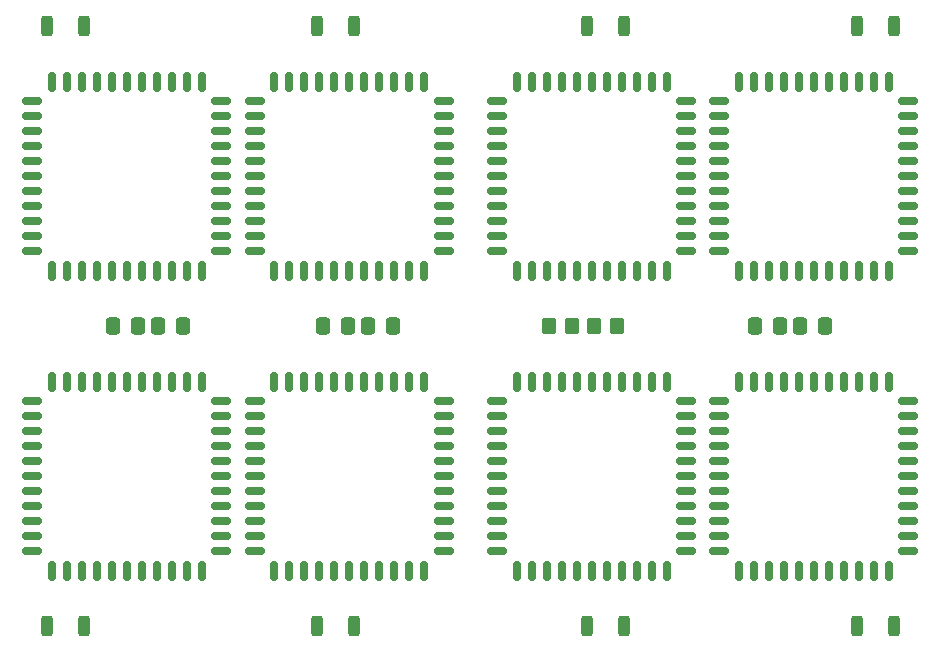
<source format=gbp>
G04 #@! TF.GenerationSoftware,KiCad,Pcbnew,(6.0.6-0)*
G04 #@! TF.CreationDate,2022-07-22T11:03:06-07:00*
G04 #@! TF.ProjectId,MTMatrixV3,4d544d61-7472-4697-9856-332e6b696361,rev?*
G04 #@! TF.SameCoordinates,Original*
G04 #@! TF.FileFunction,Paste,Bot*
G04 #@! TF.FilePolarity,Positive*
%FSLAX46Y46*%
G04 Gerber Fmt 4.6, Leading zero omitted, Abs format (unit mm)*
G04 Created by KiCad (PCBNEW (6.0.6-0)) date 2022-07-22 11:03:06*
%MOMM*%
%LPD*%
G01*
G04 APERTURE LIST*
G04 Aperture macros list*
%AMRoundRect*
0 Rectangle with rounded corners*
0 $1 Rounding radius*
0 $2 $3 $4 $5 $6 $7 $8 $9 X,Y pos of 4 corners*
0 Add a 4 corners polygon primitive as box body*
4,1,4,$2,$3,$4,$5,$6,$7,$8,$9,$2,$3,0*
0 Add four circle primitives for the rounded corners*
1,1,$1+$1,$2,$3*
1,1,$1+$1,$4,$5*
1,1,$1+$1,$6,$7*
1,1,$1+$1,$8,$9*
0 Add four rect primitives between the rounded corners*
20,1,$1+$1,$2,$3,$4,$5,0*
20,1,$1+$1,$4,$5,$6,$7,0*
20,1,$1+$1,$6,$7,$8,$9,0*
20,1,$1+$1,$8,$9,$2,$3,0*%
G04 Aperture macros list end*
%ADD10RoundRect,0.250000X0.337500X0.475000X-0.337500X0.475000X-0.337500X-0.475000X0.337500X-0.475000X0*%
%ADD11RoundRect,0.190000X0.285000X0.685000X-0.285000X0.685000X-0.285000X-0.685000X0.285000X-0.685000X0*%
%ADD12RoundRect,0.250000X0.350000X0.450000X-0.350000X0.450000X-0.350000X-0.450000X0.350000X-0.450000X0*%
%ADD13RoundRect,0.150000X0.700000X-0.150000X0.700000X0.150000X-0.700000X0.150000X-0.700000X-0.150000X0*%
%ADD14RoundRect,0.150000X0.150000X-0.700000X0.150000X0.700000X-0.150000X0.700000X-0.150000X-0.700000X0*%
%ADD15RoundRect,0.150000X0.150000X0.700000X-0.150000X0.700000X-0.150000X-0.700000X0.150000X-0.700000X0*%
%ADD16RoundRect,0.150000X0.700000X0.150000X-0.700000X0.150000X-0.700000X-0.150000X0.700000X-0.150000X0*%
%ADD17RoundRect,0.150000X-0.150000X-0.700000X0.150000X-0.700000X0.150000X0.700000X-0.150000X0.700000X0*%
%ADD18RoundRect,0.150000X-0.700000X-0.150000X0.700000X-0.150000X0.700000X0.150000X-0.700000X0.150000X0*%
%ADD19RoundRect,0.150000X-0.700000X0.150000X-0.700000X-0.150000X0.700000X-0.150000X0.700000X0.150000X0*%
%ADD20RoundRect,0.150000X-0.150000X0.700000X-0.150000X-0.700000X0.150000X-0.700000X0.150000X0.700000X0*%
G04 APERTURE END LIST*
D10*
G04 #@! TO.C,C5*
X136927500Y-55880000D03*
X134852500Y-55880000D03*
G04 #@! TD*
G04 #@! TO.C,C6*
X191305000Y-55880000D03*
X189230000Y-55880000D03*
G04 #@! TD*
G04 #@! TO.C,C4*
X140737500Y-55880000D03*
X138662500Y-55880000D03*
G04 #@! TD*
D11*
G04 #@! TO.C,D7*
X155220000Y-81280000D03*
X152120000Y-81280000D03*
G04 #@! TD*
G04 #@! TO.C,D6*
X178080000Y-81280000D03*
X174980000Y-81280000D03*
G04 #@! TD*
G04 #@! TO.C,D2*
X178080000Y-30480000D03*
X174980000Y-30480000D03*
G04 #@! TD*
G04 #@! TO.C,D4*
X132360000Y-30480000D03*
X129260000Y-30480000D03*
G04 #@! TD*
G04 #@! TO.C,D8*
X132360000Y-81280000D03*
X129260000Y-81280000D03*
G04 #@! TD*
D12*
G04 #@! TO.C,R2*
X177530000Y-55880000D03*
X175530000Y-55880000D03*
G04 #@! TD*
D13*
G04 #@! TO.C,H*
X202183000Y-68580000D03*
X202183000Y-69850000D03*
X202183000Y-71120000D03*
X202183000Y-72390000D03*
X202183000Y-73660000D03*
X202183000Y-74930000D03*
D14*
X200533000Y-76580000D03*
X199263000Y-76580000D03*
X197993000Y-76580000D03*
X196723000Y-76580000D03*
X195453000Y-76580000D03*
X194183000Y-76580000D03*
X192913000Y-76580000D03*
X191643000Y-76580000D03*
X190373000Y-76580000D03*
X189103000Y-76580000D03*
X187833000Y-76580000D03*
D13*
X186183000Y-74930000D03*
X186183000Y-73660000D03*
X186183000Y-72390000D03*
X186183000Y-71120000D03*
X186183000Y-69850000D03*
X186183000Y-68580000D03*
X186183000Y-67310000D03*
X186183000Y-66040000D03*
X186183000Y-64770000D03*
X186183000Y-63500000D03*
X186183000Y-62230000D03*
D14*
X187833000Y-60580000D03*
X189103000Y-60580000D03*
X190373000Y-60580000D03*
X191643000Y-60580000D03*
X192913000Y-60580000D03*
X194183000Y-60580000D03*
X195453000Y-60580000D03*
X196723000Y-60580000D03*
X197993000Y-60580000D03*
X199263000Y-60580000D03*
X200533000Y-60580000D03*
D13*
X202183000Y-62230000D03*
X202183000Y-63500000D03*
X202183000Y-64770000D03*
X202183000Y-66040000D03*
X202183000Y-67310000D03*
G04 #@! TD*
D15*
G04 #@! TO.C,B*
X154838400Y-35180000D03*
X156108400Y-35180000D03*
X157378400Y-35180000D03*
X158648400Y-35180000D03*
X159918400Y-35180000D03*
X161188400Y-35180000D03*
D16*
X162838400Y-36830000D03*
X162838400Y-38100000D03*
X162838400Y-39370000D03*
X162838400Y-40640000D03*
X162838400Y-41910000D03*
X162838400Y-43180000D03*
X162838400Y-44450000D03*
X162838400Y-45720000D03*
X162838400Y-46990000D03*
X162838400Y-48260000D03*
X162838400Y-49530000D03*
D15*
X161188400Y-51180000D03*
X159918400Y-51180000D03*
X158648400Y-51180000D03*
X157378400Y-51180000D03*
X156108400Y-51180000D03*
X154838400Y-51180000D03*
X153568400Y-51180000D03*
X152298400Y-51180000D03*
X151028400Y-51180000D03*
X149758400Y-51180000D03*
X148488400Y-51180000D03*
D16*
X146838400Y-49530000D03*
X146838400Y-48260000D03*
X146838400Y-46990000D03*
X146838400Y-45720000D03*
X146838400Y-44450000D03*
X146838400Y-43180000D03*
X146838400Y-41910000D03*
X146838400Y-40640000D03*
X146838400Y-39370000D03*
X146838400Y-38100000D03*
X146838400Y-36830000D03*
D15*
X148488400Y-35180000D03*
X149758400Y-35180000D03*
X151028400Y-35180000D03*
X152298400Y-35180000D03*
X153568400Y-35180000D03*
G04 #@! TD*
D10*
G04 #@! TO.C,C2*
X154707500Y-55880000D03*
X152632500Y-55880000D03*
G04 #@! TD*
D15*
G04 #@! TO.C,F*
X154838400Y-60580000D03*
X156108400Y-60580000D03*
X157378400Y-60580000D03*
X158648400Y-60580000D03*
X159918400Y-60580000D03*
X161188400Y-60580000D03*
D16*
X162838400Y-62230000D03*
X162838400Y-63500000D03*
X162838400Y-64770000D03*
X162838400Y-66040000D03*
X162838400Y-67310000D03*
X162838400Y-68580000D03*
X162838400Y-69850000D03*
X162838400Y-71120000D03*
X162838400Y-72390000D03*
X162838400Y-73660000D03*
X162838400Y-74930000D03*
D15*
X161188400Y-76580000D03*
X159918400Y-76580000D03*
X158648400Y-76580000D03*
X157378400Y-76580000D03*
X156108400Y-76580000D03*
X154838400Y-76580000D03*
X153568400Y-76580000D03*
X152298400Y-76580000D03*
X151028400Y-76580000D03*
X149758400Y-76580000D03*
X148488400Y-76580000D03*
D16*
X146838400Y-74930000D03*
X146838400Y-73660000D03*
X146838400Y-72390000D03*
X146838400Y-71120000D03*
X146838400Y-69850000D03*
X146838400Y-68580000D03*
X146838400Y-67310000D03*
X146838400Y-66040000D03*
X146838400Y-64770000D03*
X146838400Y-63500000D03*
X146838400Y-62230000D03*
D15*
X148488400Y-60580000D03*
X149758400Y-60580000D03*
X151028400Y-60580000D03*
X152298400Y-60580000D03*
X153568400Y-60580000D03*
G04 #@! TD*
D11*
G04 #@! TO.C,D3*
X155220000Y-30480000D03*
X152120000Y-30480000D03*
G04 #@! TD*
D15*
G04 #@! TO.C,D*
X194183000Y-35180000D03*
X195453000Y-35180000D03*
X196723000Y-35180000D03*
X197993000Y-35180000D03*
X199263000Y-35180000D03*
X200533000Y-35180000D03*
D16*
X202183000Y-36830000D03*
X202183000Y-38100000D03*
X202183000Y-39370000D03*
X202183000Y-40640000D03*
X202183000Y-41910000D03*
X202183000Y-43180000D03*
X202183000Y-44450000D03*
X202183000Y-45720000D03*
X202183000Y-46990000D03*
X202183000Y-48260000D03*
X202183000Y-49530000D03*
D15*
X200533000Y-51180000D03*
X199263000Y-51180000D03*
X197993000Y-51180000D03*
X196723000Y-51180000D03*
X195453000Y-51180000D03*
X194183000Y-51180000D03*
X192913000Y-51180000D03*
X191643000Y-51180000D03*
X190373000Y-51180000D03*
X189103000Y-51180000D03*
X187833000Y-51180000D03*
D16*
X186183000Y-49530000D03*
X186183000Y-48260000D03*
X186183000Y-46990000D03*
X186183000Y-45720000D03*
X186183000Y-44450000D03*
X186183000Y-43180000D03*
X186183000Y-41910000D03*
X186183000Y-40640000D03*
X186183000Y-39370000D03*
X186183000Y-38100000D03*
X186183000Y-36830000D03*
D15*
X187833000Y-35180000D03*
X189103000Y-35180000D03*
X190373000Y-35180000D03*
X191643000Y-35180000D03*
X192913000Y-35180000D03*
G04 #@! TD*
D10*
G04 #@! TO.C,C1*
X158517500Y-55880000D03*
X156442500Y-55880000D03*
G04 #@! TD*
D12*
G04 #@! TO.C,R1*
X173720000Y-55880000D03*
X171720000Y-55880000D03*
G04 #@! TD*
D15*
G04 #@! TO.C,G*
X175361600Y-60580000D03*
X176631600Y-60580000D03*
X177901600Y-60580000D03*
X179171600Y-60580000D03*
X180441600Y-60580000D03*
X181711600Y-60580000D03*
D16*
X183361600Y-62230000D03*
X183361600Y-63500000D03*
X183361600Y-64770000D03*
X183361600Y-66040000D03*
X183361600Y-67310000D03*
X183361600Y-68580000D03*
X183361600Y-69850000D03*
X183361600Y-71120000D03*
X183361600Y-72390000D03*
X183361600Y-73660000D03*
X183361600Y-74930000D03*
D15*
X181711600Y-76580000D03*
X180441600Y-76580000D03*
X179171600Y-76580000D03*
X177901600Y-76580000D03*
X176631600Y-76580000D03*
X175361600Y-76580000D03*
X174091600Y-76580000D03*
X172821600Y-76580000D03*
X171551600Y-76580000D03*
X170281600Y-76580000D03*
X169011600Y-76580000D03*
D16*
X167361600Y-74930000D03*
X167361600Y-73660000D03*
X167361600Y-72390000D03*
X167361600Y-71120000D03*
X167361600Y-69850000D03*
X167361600Y-68580000D03*
X167361600Y-67310000D03*
X167361600Y-66040000D03*
X167361600Y-64770000D03*
X167361600Y-63500000D03*
X167361600Y-62230000D03*
D15*
X169011600Y-60580000D03*
X170281600Y-60580000D03*
X171551600Y-60580000D03*
X172821600Y-60580000D03*
X174091600Y-60580000D03*
G04 #@! TD*
D11*
G04 #@! TO.C,D5*
X200940000Y-81280000D03*
X197840000Y-81280000D03*
G04 #@! TD*
D10*
G04 #@! TO.C,C3*
X195115000Y-55880000D03*
X193040000Y-55880000D03*
G04 #@! TD*
D15*
G04 #@! TO.C,C*
X175361600Y-35180000D03*
X176631600Y-35180000D03*
X177901600Y-35180000D03*
X179171600Y-35180000D03*
X180441600Y-35180000D03*
X181711600Y-35180000D03*
D16*
X183361600Y-36830000D03*
X183361600Y-38100000D03*
X183361600Y-39370000D03*
X183361600Y-40640000D03*
X183361600Y-41910000D03*
X183361600Y-43180000D03*
X183361600Y-44450000D03*
X183361600Y-45720000D03*
X183361600Y-46990000D03*
X183361600Y-48260000D03*
X183361600Y-49530000D03*
D15*
X181711600Y-51180000D03*
X180441600Y-51180000D03*
X179171600Y-51180000D03*
X177901600Y-51180000D03*
X176631600Y-51180000D03*
X175361600Y-51180000D03*
X174091600Y-51180000D03*
X172821600Y-51180000D03*
X171551600Y-51180000D03*
X170281600Y-51180000D03*
X169011600Y-51180000D03*
D16*
X167361600Y-49530000D03*
X167361600Y-48260000D03*
X167361600Y-46990000D03*
X167361600Y-45720000D03*
X167361600Y-44450000D03*
X167361600Y-43180000D03*
X167361600Y-41910000D03*
X167361600Y-40640000D03*
X167361600Y-39370000D03*
X167361600Y-38100000D03*
X167361600Y-36830000D03*
D15*
X169011600Y-35180000D03*
X170281600Y-35180000D03*
X171551600Y-35180000D03*
X172821600Y-35180000D03*
X174091600Y-35180000D03*
G04 #@! TD*
D11*
G04 #@! TO.C,D1*
X200940000Y-30480000D03*
X197840000Y-30480000D03*
G04 #@! TD*
D17*
G04 #@! TO.C,E*
X136017000Y-76580000D03*
X134747000Y-76580000D03*
X133477000Y-76580000D03*
X132207000Y-76580000D03*
X130937000Y-76580000D03*
X129667000Y-76580000D03*
D18*
X128017000Y-74930000D03*
X128017000Y-73660000D03*
X128017000Y-72390000D03*
X128017000Y-71120000D03*
X128017000Y-69850000D03*
X128017000Y-68580000D03*
X128017000Y-67310000D03*
X128017000Y-66040000D03*
X128017000Y-64770000D03*
X128017000Y-63500000D03*
X128017000Y-62230000D03*
D17*
X129667000Y-60580000D03*
X130937000Y-60580000D03*
X132207000Y-60580000D03*
X133477000Y-60580000D03*
X134747000Y-60580000D03*
X136017000Y-60580000D03*
X137287000Y-60580000D03*
X138557000Y-60580000D03*
X139827000Y-60580000D03*
X141097000Y-60580000D03*
X142367000Y-60580000D03*
D18*
X144017000Y-62230000D03*
X144017000Y-63500000D03*
X144017000Y-64770000D03*
X144017000Y-66040000D03*
X144017000Y-67310000D03*
X144017000Y-68580000D03*
X144017000Y-69850000D03*
X144017000Y-71120000D03*
X144017000Y-72390000D03*
X144017000Y-73660000D03*
X144017000Y-74930000D03*
D17*
X142367000Y-76580000D03*
X141097000Y-76580000D03*
X139827000Y-76580000D03*
X138557000Y-76580000D03*
X137287000Y-76580000D03*
G04 #@! TD*
D19*
G04 #@! TO.C,A*
X128017000Y-43180000D03*
X128017000Y-41910000D03*
X128017000Y-40640000D03*
X128017000Y-39370000D03*
X128017000Y-38100000D03*
X128017000Y-36830000D03*
D20*
X129667000Y-35180000D03*
X130937000Y-35180000D03*
X132207000Y-35180000D03*
X133477000Y-35180000D03*
X134747000Y-35180000D03*
X136017000Y-35180000D03*
X137287000Y-35180000D03*
X138557000Y-35180000D03*
X139827000Y-35180000D03*
X141097000Y-35180000D03*
X142367000Y-35180000D03*
D19*
X144017000Y-36830000D03*
X144017000Y-38100000D03*
X144017000Y-39370000D03*
X144017000Y-40640000D03*
X144017000Y-41910000D03*
X144017000Y-43180000D03*
X144017000Y-44450000D03*
X144017000Y-45720000D03*
X144017000Y-46990000D03*
X144017000Y-48260000D03*
X144017000Y-49530000D03*
D20*
X142367000Y-51180000D03*
X141097000Y-51180000D03*
X139827000Y-51180000D03*
X138557000Y-51180000D03*
X137287000Y-51180000D03*
X136017000Y-51180000D03*
X134747000Y-51180000D03*
X133477000Y-51180000D03*
X132207000Y-51180000D03*
X130937000Y-51180000D03*
X129667000Y-51180000D03*
D19*
X128017000Y-49530000D03*
X128017000Y-48260000D03*
X128017000Y-46990000D03*
X128017000Y-45720000D03*
X128017000Y-44450000D03*
G04 #@! TD*
M02*

</source>
